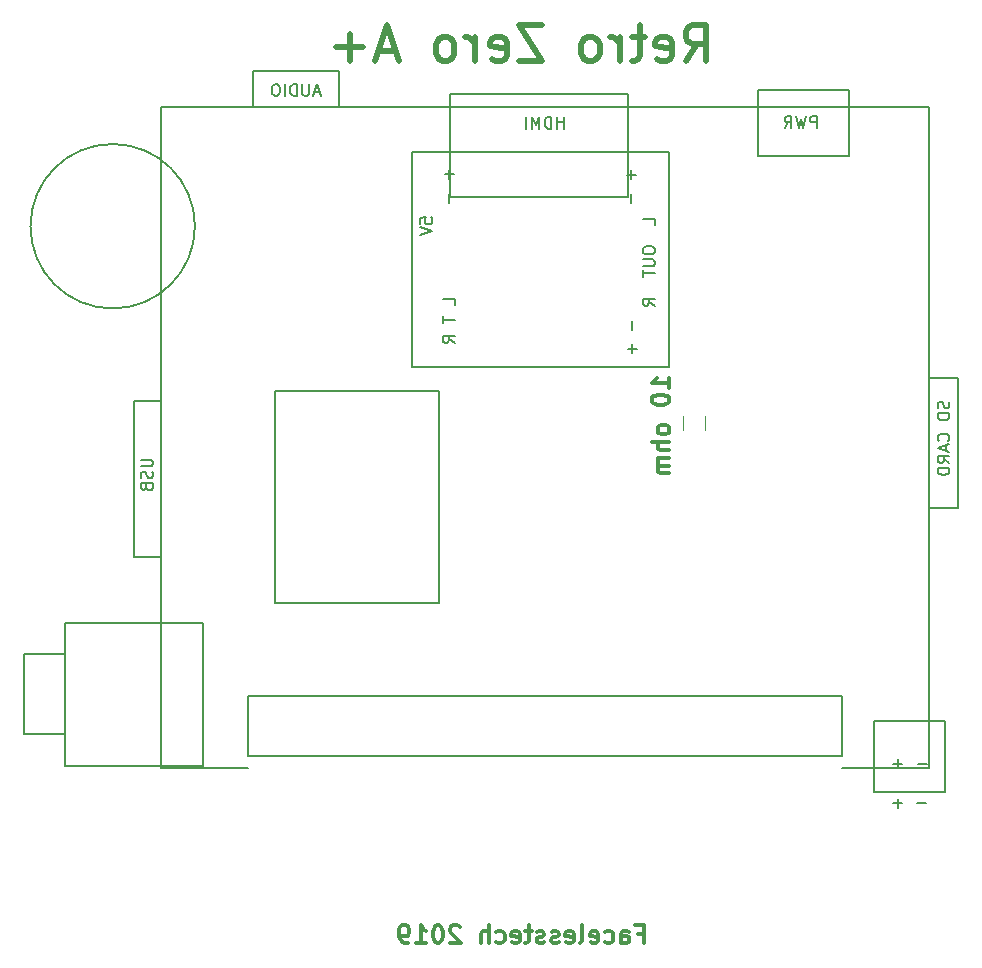
<source format=gbr>
G04 #@! TF.GenerationSoftware,KiCad,Pcbnew,5.0.2+dfsg1-1~bpo9+1*
G04 #@! TF.CreationDate,2019-08-11T15:23:53+01:00*
G04 #@! TF.ProjectId,retro_zero+a_screen,72657472-6f5f-47a6-9572-6f2b615f7363,rev?*
G04 #@! TF.SameCoordinates,Original*
G04 #@! TF.FileFunction,Legend,Bot*
G04 #@! TF.FilePolarity,Positive*
%FSLAX46Y46*%
G04 Gerber Fmt 4.6, Leading zero omitted, Abs format (unit mm)*
G04 Created by KiCad (PCBNEW 5.0.2+dfsg1-1~bpo9+1) date Sun 11 Aug 2019 15:23:53 BST*
%MOMM*%
%LPD*%
G01*
G04 APERTURE LIST*
%ADD10C,0.500000*%
%ADD11C,0.300000*%
%ADD12C,0.150000*%
%ADD13C,0.120000*%
G04 APERTURE END LIST*
D10*
X160804071Y-44308542D02*
X161804071Y-42879971D01*
X162518357Y-44308542D02*
X162518357Y-41308542D01*
X161375500Y-41308542D01*
X161089785Y-41451400D01*
X160946928Y-41594257D01*
X160804071Y-41879971D01*
X160804071Y-42308542D01*
X160946928Y-42594257D01*
X161089785Y-42737114D01*
X161375500Y-42879971D01*
X162518357Y-42879971D01*
X158375500Y-44165685D02*
X158661214Y-44308542D01*
X159232642Y-44308542D01*
X159518357Y-44165685D01*
X159661214Y-43879971D01*
X159661214Y-42737114D01*
X159518357Y-42451400D01*
X159232642Y-42308542D01*
X158661214Y-42308542D01*
X158375500Y-42451400D01*
X158232642Y-42737114D01*
X158232642Y-43022828D01*
X159661214Y-43308542D01*
X157375500Y-42308542D02*
X156232642Y-42308542D01*
X156946928Y-41308542D02*
X156946928Y-43879971D01*
X156804071Y-44165685D01*
X156518357Y-44308542D01*
X156232642Y-44308542D01*
X155232642Y-44308542D02*
X155232642Y-42308542D01*
X155232642Y-42879971D02*
X155089785Y-42594257D01*
X154946928Y-42451400D01*
X154661214Y-42308542D01*
X154375500Y-42308542D01*
X152946928Y-44308542D02*
X153232642Y-44165685D01*
X153375500Y-44022828D01*
X153518357Y-43737114D01*
X153518357Y-42879971D01*
X153375500Y-42594257D01*
X153232642Y-42451400D01*
X152946928Y-42308542D01*
X152518357Y-42308542D01*
X152232642Y-42451400D01*
X152089785Y-42594257D01*
X151946928Y-42879971D01*
X151946928Y-43737114D01*
X152089785Y-44022828D01*
X152232642Y-44165685D01*
X152518357Y-44308542D01*
X152946928Y-44308542D01*
X148661214Y-41308542D02*
X146661214Y-41308542D01*
X148661214Y-44308542D01*
X146661214Y-44308542D01*
X144375500Y-44165685D02*
X144661214Y-44308542D01*
X145232642Y-44308542D01*
X145518357Y-44165685D01*
X145661214Y-43879971D01*
X145661214Y-42737114D01*
X145518357Y-42451400D01*
X145232642Y-42308542D01*
X144661214Y-42308542D01*
X144375500Y-42451400D01*
X144232642Y-42737114D01*
X144232642Y-43022828D01*
X145661214Y-43308542D01*
X142946928Y-44308542D02*
X142946928Y-42308542D01*
X142946928Y-42879971D02*
X142804071Y-42594257D01*
X142661214Y-42451400D01*
X142375500Y-42308542D01*
X142089785Y-42308542D01*
X140661214Y-44308542D02*
X140946928Y-44165685D01*
X141089785Y-44022828D01*
X141232642Y-43737114D01*
X141232642Y-42879971D01*
X141089785Y-42594257D01*
X140946928Y-42451400D01*
X140661214Y-42308542D01*
X140232642Y-42308542D01*
X139946928Y-42451400D01*
X139804071Y-42594257D01*
X139661214Y-42879971D01*
X139661214Y-43737114D01*
X139804071Y-44022828D01*
X139946928Y-44165685D01*
X140232642Y-44308542D01*
X140661214Y-44308542D01*
X136232642Y-43451400D02*
X134804071Y-43451400D01*
X136518357Y-44308542D02*
X135518357Y-41308542D01*
X134518357Y-44308542D01*
X133518357Y-43165685D02*
X131232642Y-43165685D01*
X132375500Y-44308542D02*
X132375500Y-42022828D01*
D11*
X156760428Y-118231457D02*
X157260428Y-118231457D01*
X157260428Y-119017171D02*
X157260428Y-117517171D01*
X156546142Y-117517171D01*
X155331857Y-119017171D02*
X155331857Y-118231457D01*
X155403285Y-118088600D01*
X155546142Y-118017171D01*
X155831857Y-118017171D01*
X155974714Y-118088600D01*
X155331857Y-118945742D02*
X155474714Y-119017171D01*
X155831857Y-119017171D01*
X155974714Y-118945742D01*
X156046142Y-118802885D01*
X156046142Y-118660028D01*
X155974714Y-118517171D01*
X155831857Y-118445742D01*
X155474714Y-118445742D01*
X155331857Y-118374314D01*
X153974714Y-118945742D02*
X154117571Y-119017171D01*
X154403285Y-119017171D01*
X154546142Y-118945742D01*
X154617571Y-118874314D01*
X154689000Y-118731457D01*
X154689000Y-118302885D01*
X154617571Y-118160028D01*
X154546142Y-118088600D01*
X154403285Y-118017171D01*
X154117571Y-118017171D01*
X153974714Y-118088600D01*
X152760428Y-118945742D02*
X152903285Y-119017171D01*
X153189000Y-119017171D01*
X153331857Y-118945742D01*
X153403285Y-118802885D01*
X153403285Y-118231457D01*
X153331857Y-118088600D01*
X153189000Y-118017171D01*
X152903285Y-118017171D01*
X152760428Y-118088600D01*
X152689000Y-118231457D01*
X152689000Y-118374314D01*
X153403285Y-118517171D01*
X151831857Y-119017171D02*
X151974714Y-118945742D01*
X152046142Y-118802885D01*
X152046142Y-117517171D01*
X150689000Y-118945742D02*
X150831857Y-119017171D01*
X151117571Y-119017171D01*
X151260428Y-118945742D01*
X151331857Y-118802885D01*
X151331857Y-118231457D01*
X151260428Y-118088600D01*
X151117571Y-118017171D01*
X150831857Y-118017171D01*
X150689000Y-118088600D01*
X150617571Y-118231457D01*
X150617571Y-118374314D01*
X151331857Y-118517171D01*
X150046142Y-118945742D02*
X149903285Y-119017171D01*
X149617571Y-119017171D01*
X149474714Y-118945742D01*
X149403285Y-118802885D01*
X149403285Y-118731457D01*
X149474714Y-118588600D01*
X149617571Y-118517171D01*
X149831857Y-118517171D01*
X149974714Y-118445742D01*
X150046142Y-118302885D01*
X150046142Y-118231457D01*
X149974714Y-118088600D01*
X149831857Y-118017171D01*
X149617571Y-118017171D01*
X149474714Y-118088600D01*
X148831857Y-118945742D02*
X148689000Y-119017171D01*
X148403285Y-119017171D01*
X148260428Y-118945742D01*
X148189000Y-118802885D01*
X148189000Y-118731457D01*
X148260428Y-118588600D01*
X148403285Y-118517171D01*
X148617571Y-118517171D01*
X148760428Y-118445742D01*
X148831857Y-118302885D01*
X148831857Y-118231457D01*
X148760428Y-118088600D01*
X148617571Y-118017171D01*
X148403285Y-118017171D01*
X148260428Y-118088600D01*
X147760428Y-118017171D02*
X147189000Y-118017171D01*
X147546142Y-117517171D02*
X147546142Y-118802885D01*
X147474714Y-118945742D01*
X147331857Y-119017171D01*
X147189000Y-119017171D01*
X146117571Y-118945742D02*
X146260428Y-119017171D01*
X146546142Y-119017171D01*
X146689000Y-118945742D01*
X146760428Y-118802885D01*
X146760428Y-118231457D01*
X146689000Y-118088600D01*
X146546142Y-118017171D01*
X146260428Y-118017171D01*
X146117571Y-118088600D01*
X146046142Y-118231457D01*
X146046142Y-118374314D01*
X146760428Y-118517171D01*
X144760428Y-118945742D02*
X144903285Y-119017171D01*
X145189000Y-119017171D01*
X145331857Y-118945742D01*
X145403285Y-118874314D01*
X145474714Y-118731457D01*
X145474714Y-118302885D01*
X145403285Y-118160028D01*
X145331857Y-118088600D01*
X145189000Y-118017171D01*
X144903285Y-118017171D01*
X144760428Y-118088600D01*
X144117571Y-119017171D02*
X144117571Y-117517171D01*
X143474714Y-119017171D02*
X143474714Y-118231457D01*
X143546142Y-118088600D01*
X143689000Y-118017171D01*
X143903285Y-118017171D01*
X144046142Y-118088600D01*
X144117571Y-118160028D01*
X141689000Y-117660028D02*
X141617571Y-117588600D01*
X141474714Y-117517171D01*
X141117571Y-117517171D01*
X140974714Y-117588600D01*
X140903285Y-117660028D01*
X140831857Y-117802885D01*
X140831857Y-117945742D01*
X140903285Y-118160028D01*
X141760428Y-119017171D01*
X140831857Y-119017171D01*
X139903285Y-117517171D02*
X139760428Y-117517171D01*
X139617571Y-117588600D01*
X139546142Y-117660028D01*
X139474714Y-117802885D01*
X139403285Y-118088600D01*
X139403285Y-118445742D01*
X139474714Y-118731457D01*
X139546142Y-118874314D01*
X139617571Y-118945742D01*
X139760428Y-119017171D01*
X139903285Y-119017171D01*
X140046142Y-118945742D01*
X140117571Y-118874314D01*
X140189000Y-118731457D01*
X140260428Y-118445742D01*
X140260428Y-118088600D01*
X140189000Y-117802885D01*
X140117571Y-117660028D01*
X140046142Y-117588600D01*
X139903285Y-117517171D01*
X137974714Y-119017171D02*
X138831857Y-119017171D01*
X138403285Y-119017171D02*
X138403285Y-117517171D01*
X138546142Y-117731457D01*
X138689000Y-117874314D01*
X138831857Y-117945742D01*
X137260428Y-119017171D02*
X136974714Y-119017171D01*
X136831857Y-118945742D01*
X136760428Y-118874314D01*
X136617571Y-118660028D01*
X136546142Y-118374314D01*
X136546142Y-117802885D01*
X136617571Y-117660028D01*
X136689000Y-117588600D01*
X136831857Y-117517171D01*
X137117571Y-117517171D01*
X137260428Y-117588600D01*
X137331857Y-117660028D01*
X137403285Y-117802885D01*
X137403285Y-118160028D01*
X137331857Y-118302885D01*
X137260428Y-118374314D01*
X137117571Y-118445742D01*
X136831857Y-118445742D01*
X136689000Y-118374314D01*
X136617571Y-118302885D01*
X136546142Y-118160028D01*
X159428571Y-72007814D02*
X159428571Y-71150671D01*
X159428571Y-71579242D02*
X157928571Y-71579242D01*
X158142857Y-71436385D01*
X158285714Y-71293528D01*
X158357142Y-71150671D01*
X157928571Y-72936385D02*
X157928571Y-73079242D01*
X158000000Y-73222100D01*
X158071428Y-73293528D01*
X158214285Y-73364957D01*
X158500000Y-73436385D01*
X158857142Y-73436385D01*
X159142857Y-73364957D01*
X159285714Y-73293528D01*
X159357142Y-73222100D01*
X159428571Y-73079242D01*
X159428571Y-72936385D01*
X159357142Y-72793528D01*
X159285714Y-72722100D01*
X159142857Y-72650671D01*
X158857142Y-72579242D01*
X158500000Y-72579242D01*
X158214285Y-72650671D01*
X158071428Y-72722100D01*
X158000000Y-72793528D01*
X157928571Y-72936385D01*
X159428571Y-75436385D02*
X159357142Y-75293528D01*
X159285714Y-75222100D01*
X159142857Y-75150671D01*
X158714285Y-75150671D01*
X158571428Y-75222100D01*
X158500000Y-75293528D01*
X158428571Y-75436385D01*
X158428571Y-75650671D01*
X158500000Y-75793528D01*
X158571428Y-75864957D01*
X158714285Y-75936385D01*
X159142857Y-75936385D01*
X159285714Y-75864957D01*
X159357142Y-75793528D01*
X159428571Y-75650671D01*
X159428571Y-75436385D01*
X159428571Y-76579242D02*
X157928571Y-76579242D01*
X159428571Y-77222100D02*
X158642857Y-77222100D01*
X158500000Y-77150671D01*
X158428571Y-77007814D01*
X158428571Y-76793528D01*
X158500000Y-76650671D01*
X158571428Y-76579242D01*
X159428571Y-77936385D02*
X158428571Y-77936385D01*
X158571428Y-77936385D02*
X158500000Y-78007814D01*
X158428571Y-78150671D01*
X158428571Y-78364957D01*
X158500000Y-78507814D01*
X158642857Y-78579242D01*
X159428571Y-78579242D01*
X158642857Y-78579242D02*
X158500000Y-78650671D01*
X158428571Y-78793528D01*
X158428571Y-79007814D01*
X158500000Y-79150671D01*
X158642857Y-79222100D01*
X159428571Y-79222100D01*
D12*
G04 #@! TO.C,J1*
X174040800Y-98107500D02*
X174040800Y-103187500D01*
X174040800Y-103187500D02*
X123748800Y-103187500D01*
X123748800Y-103187500D02*
X123748800Y-98107500D01*
X123748800Y-98107500D02*
X174040800Y-98107500D01*
X181406800Y-104203500D02*
X174040800Y-104203500D01*
X116382800Y-104203500D02*
X123748800Y-104203500D01*
X116382800Y-48209200D02*
X181406800Y-48209200D01*
X155892500Y-48196500D02*
X155892500Y-55816500D01*
X140881100Y-55816500D02*
X140881100Y-48196500D01*
X174650400Y-46824900D02*
X174650400Y-52412900D01*
X166903400Y-52412900D02*
X174650400Y-52412900D01*
X166903400Y-52412900D02*
X166903400Y-46824900D01*
X181406800Y-71145400D02*
X183883300Y-71145400D01*
X183883300Y-82194400D02*
X181406800Y-82194400D01*
X183883300Y-82194400D02*
X183883300Y-71145400D01*
X116382800Y-48209200D02*
X116382800Y-104203500D01*
X181406800Y-48209200D02*
X181406800Y-104203500D01*
X114134900Y-73101200D02*
X116382800Y-73101200D01*
X114134900Y-86309200D02*
X116382800Y-86309200D01*
X114134900Y-73101200D02*
X114134900Y-86309200D01*
X155892500Y-48209200D02*
X155892500Y-47155100D01*
X140881100Y-48209200D02*
X140881100Y-47155100D01*
X155892500Y-47155100D02*
X140881100Y-47155100D01*
X155892500Y-55816500D02*
X140881100Y-55816500D01*
X124155200Y-48209200D02*
X124155200Y-45199300D01*
X131432300Y-48209200D02*
X131432300Y-45199300D01*
X131432300Y-45199300D02*
X124155200Y-45199300D01*
X166903400Y-46824900D02*
X174650400Y-46824900D01*
G04 #@! TO.C,U2*
X137655300Y-70256400D02*
X159359600Y-70256400D01*
X159359600Y-70256400D02*
X159359600Y-52019200D01*
X159359600Y-52019200D02*
X137655300Y-52019200D01*
X137655300Y-52019200D02*
X137655300Y-70256400D01*
G04 #@! TO.C,U3*
X119259696Y-58318400D02*
G75*
G03X119259696Y-58318400I-6962948J0D01*
G01*
G04 #@! TO.C,U4*
X119964200Y-91922600D02*
X119964200Y-103987600D01*
X119964200Y-103987600D02*
X108292900Y-103987600D01*
X108292900Y-103987600D02*
X108292900Y-91922600D01*
X108292900Y-91922600D02*
X119964200Y-91922600D01*
X108292900Y-94564200D02*
X104813100Y-94564200D01*
X104813100Y-94564200D02*
X104813100Y-101346000D01*
X104813100Y-101346000D02*
X108292900Y-101346000D01*
G04 #@! TO.C,U9*
X126022100Y-90246200D02*
X139890500Y-90246200D01*
X126022100Y-72301100D02*
X139890500Y-72301100D01*
X126009400Y-90246200D02*
X126009400Y-72301100D01*
X139890500Y-90246200D02*
X139890500Y-72301100D01*
D13*
G04 #@! TO.C,R1*
X162415900Y-75598564D02*
X162415900Y-74394436D01*
X160595900Y-75598564D02*
X160595900Y-74394436D01*
D12*
G04 #@! TO.C,U10*
X182753000Y-105333800D02*
X182753000Y-102920800D01*
X182753000Y-106197400D02*
X176771300Y-106197400D01*
X176771300Y-106197400D02*
X176771300Y-100190300D01*
X176771300Y-100190300D02*
X182753000Y-100190300D01*
X182753000Y-100190300D02*
X182765700Y-106210100D01*
G04 #@! TO.C,J1*
X171894333Y-49982380D02*
X171894333Y-48982380D01*
X171513380Y-48982380D01*
X171418142Y-49030000D01*
X171370523Y-49077619D01*
X171322904Y-49172857D01*
X171322904Y-49315714D01*
X171370523Y-49410952D01*
X171418142Y-49458571D01*
X171513380Y-49506190D01*
X171894333Y-49506190D01*
X170989571Y-48982380D02*
X170751476Y-49982380D01*
X170561000Y-49268095D01*
X170370523Y-49982380D01*
X170132428Y-48982380D01*
X169180047Y-49982380D02*
X169513380Y-49506190D01*
X169751476Y-49982380D02*
X169751476Y-48982380D01*
X169370523Y-48982380D01*
X169275285Y-49030000D01*
X169227666Y-49077619D01*
X169180047Y-49172857D01*
X169180047Y-49315714D01*
X169227666Y-49410952D01*
X169275285Y-49458571D01*
X169370523Y-49506190D01*
X169751476Y-49506190D01*
X183094261Y-73168261D02*
X183141880Y-73311119D01*
X183141880Y-73549214D01*
X183094261Y-73644452D01*
X183046642Y-73692071D01*
X182951404Y-73739690D01*
X182856166Y-73739690D01*
X182760928Y-73692071D01*
X182713309Y-73644452D01*
X182665690Y-73549214D01*
X182618071Y-73358738D01*
X182570452Y-73263500D01*
X182522833Y-73215880D01*
X182427595Y-73168261D01*
X182332357Y-73168261D01*
X182237119Y-73215880D01*
X182189500Y-73263500D01*
X182141880Y-73358738D01*
X182141880Y-73596833D01*
X182189500Y-73739690D01*
X183141880Y-74168261D02*
X182141880Y-74168261D01*
X182141880Y-74406357D01*
X182189500Y-74549214D01*
X182284738Y-74644452D01*
X182379976Y-74692071D01*
X182570452Y-74739690D01*
X182713309Y-74739690D01*
X182903785Y-74692071D01*
X182999023Y-74644452D01*
X183094261Y-74549214D01*
X183141880Y-74406357D01*
X183141880Y-74168261D01*
X183046642Y-76501595D02*
X183094261Y-76453976D01*
X183141880Y-76311119D01*
X183141880Y-76215880D01*
X183094261Y-76073023D01*
X182999023Y-75977785D01*
X182903785Y-75930166D01*
X182713309Y-75882547D01*
X182570452Y-75882547D01*
X182379976Y-75930166D01*
X182284738Y-75977785D01*
X182189500Y-76073023D01*
X182141880Y-76215880D01*
X182141880Y-76311119D01*
X182189500Y-76453976D01*
X182237119Y-76501595D01*
X182856166Y-76882547D02*
X182856166Y-77358738D01*
X183141880Y-76787309D02*
X182141880Y-77120642D01*
X183141880Y-77453976D01*
X183141880Y-78358738D02*
X182665690Y-78025404D01*
X183141880Y-77787309D02*
X182141880Y-77787309D01*
X182141880Y-78168261D01*
X182189500Y-78263500D01*
X182237119Y-78311119D01*
X182332357Y-78358738D01*
X182475214Y-78358738D01*
X182570452Y-78311119D01*
X182618071Y-78263500D01*
X182665690Y-78168261D01*
X182665690Y-77787309D01*
X183141880Y-78787309D02*
X182141880Y-78787309D01*
X182141880Y-79025404D01*
X182189500Y-79168261D01*
X182284738Y-79263500D01*
X182379976Y-79311119D01*
X182570452Y-79358738D01*
X182713309Y-79358738D01*
X182903785Y-79311119D01*
X182999023Y-79263500D01*
X183094261Y-79168261D01*
X183141880Y-79025404D01*
X183141880Y-78787309D01*
X114679480Y-78087695D02*
X115489004Y-78087695D01*
X115584242Y-78135314D01*
X115631861Y-78182933D01*
X115679480Y-78278171D01*
X115679480Y-78468647D01*
X115631861Y-78563885D01*
X115584242Y-78611504D01*
X115489004Y-78659123D01*
X114679480Y-78659123D01*
X115631861Y-79087695D02*
X115679480Y-79230552D01*
X115679480Y-79468647D01*
X115631861Y-79563885D01*
X115584242Y-79611504D01*
X115489004Y-79659123D01*
X115393766Y-79659123D01*
X115298528Y-79611504D01*
X115250909Y-79563885D01*
X115203290Y-79468647D01*
X115155671Y-79278171D01*
X115108052Y-79182933D01*
X115060433Y-79135314D01*
X114965195Y-79087695D01*
X114869957Y-79087695D01*
X114774719Y-79135314D01*
X114727100Y-79182933D01*
X114679480Y-79278171D01*
X114679480Y-79516266D01*
X114727100Y-79659123D01*
X115155671Y-80421028D02*
X115203290Y-80563885D01*
X115250909Y-80611504D01*
X115346147Y-80659123D01*
X115489004Y-80659123D01*
X115584242Y-80611504D01*
X115631861Y-80563885D01*
X115679480Y-80468647D01*
X115679480Y-80087695D01*
X114679480Y-80087695D01*
X114679480Y-80421028D01*
X114727100Y-80516266D01*
X114774719Y-80563885D01*
X114869957Y-80611504D01*
X114965195Y-80611504D01*
X115060433Y-80563885D01*
X115108052Y-80516266D01*
X115155671Y-80421028D01*
X115155671Y-80087695D01*
X150477338Y-50045880D02*
X150477338Y-49045880D01*
X150477338Y-49522071D02*
X149905909Y-49522071D01*
X149905909Y-50045880D02*
X149905909Y-49045880D01*
X149429719Y-50045880D02*
X149429719Y-49045880D01*
X149191623Y-49045880D01*
X149048766Y-49093500D01*
X148953528Y-49188738D01*
X148905909Y-49283976D01*
X148858290Y-49474452D01*
X148858290Y-49617309D01*
X148905909Y-49807785D01*
X148953528Y-49903023D01*
X149048766Y-49998261D01*
X149191623Y-50045880D01*
X149429719Y-50045880D01*
X148429719Y-50045880D02*
X148429719Y-49045880D01*
X148096385Y-49760166D01*
X147763052Y-49045880D01*
X147763052Y-50045880D01*
X147286861Y-50045880D02*
X147286861Y-49045880D01*
X129823909Y-46991566D02*
X129347719Y-46991566D01*
X129919147Y-47277280D02*
X129585814Y-46277280D01*
X129252480Y-47277280D01*
X128919147Y-46277280D02*
X128919147Y-47086804D01*
X128871528Y-47182042D01*
X128823909Y-47229661D01*
X128728671Y-47277280D01*
X128538195Y-47277280D01*
X128442957Y-47229661D01*
X128395338Y-47182042D01*
X128347719Y-47086804D01*
X128347719Y-46277280D01*
X127871528Y-47277280D02*
X127871528Y-46277280D01*
X127633433Y-46277280D01*
X127490576Y-46324900D01*
X127395338Y-46420138D01*
X127347719Y-46515376D01*
X127300100Y-46705852D01*
X127300100Y-46848709D01*
X127347719Y-47039185D01*
X127395338Y-47134423D01*
X127490576Y-47229661D01*
X127633433Y-47277280D01*
X127871528Y-47277280D01*
X126871528Y-47277280D02*
X126871528Y-46277280D01*
X126204861Y-46277280D02*
X126014385Y-46277280D01*
X125919147Y-46324900D01*
X125823909Y-46420138D01*
X125776290Y-46610614D01*
X125776290Y-46943947D01*
X125823909Y-47134423D01*
X125919147Y-47229661D01*
X126014385Y-47277280D01*
X126204861Y-47277280D01*
X126300100Y-47229661D01*
X126395338Y-47134423D01*
X126442957Y-46943947D01*
X126442957Y-46610614D01*
X126395338Y-46420138D01*
X126300100Y-46324900D01*
X126204861Y-46277280D01*
G04 #@! TO.C,U2*
X141244580Y-64986066D02*
X141244580Y-64509876D01*
X140244580Y-64509876D01*
X140244580Y-65938447D02*
X140244580Y-66509876D01*
X141244580Y-66224161D02*
X140244580Y-66224161D01*
X141244580Y-68176542D02*
X140768390Y-67843209D01*
X141244580Y-67605114D02*
X140244580Y-67605114D01*
X140244580Y-67986066D01*
X140292200Y-68081304D01*
X140339819Y-68128923D01*
X140435057Y-68176542D01*
X140577914Y-68176542D01*
X140673152Y-68128923D01*
X140720771Y-68081304D01*
X140768390Y-67986066D01*
X140768390Y-67605114D01*
X140774728Y-53546547D02*
X140774728Y-54308452D01*
X141155680Y-53927500D02*
X140393776Y-53927500D01*
X140774728Y-55546547D02*
X140774728Y-56308452D01*
X158186380Y-58223542D02*
X158186380Y-57747352D01*
X157186380Y-57747352D01*
X157186380Y-60271161D02*
X157186380Y-60461638D01*
X157234000Y-60556876D01*
X157329238Y-60652114D01*
X157519714Y-60699733D01*
X157853047Y-60699733D01*
X158043523Y-60652114D01*
X158138761Y-60556876D01*
X158186380Y-60461638D01*
X158186380Y-60271161D01*
X158138761Y-60175923D01*
X158043523Y-60080685D01*
X157853047Y-60033066D01*
X157519714Y-60033066D01*
X157329238Y-60080685D01*
X157234000Y-60175923D01*
X157186380Y-60271161D01*
X157186380Y-61128304D02*
X157995904Y-61128304D01*
X158091142Y-61175923D01*
X158138761Y-61223542D01*
X158186380Y-61318780D01*
X158186380Y-61509257D01*
X158138761Y-61604495D01*
X158091142Y-61652114D01*
X157995904Y-61699733D01*
X157186380Y-61699733D01*
X157186380Y-62033066D02*
X157186380Y-62604495D01*
X158186380Y-62318780D02*
X157186380Y-62318780D01*
X158186380Y-65033066D02*
X157710190Y-64699733D01*
X158186380Y-64461638D02*
X157186380Y-64461638D01*
X157186380Y-64842590D01*
X157234000Y-64937828D01*
X157281619Y-64985447D01*
X157376857Y-65033066D01*
X157519714Y-65033066D01*
X157614952Y-64985447D01*
X157662571Y-64937828D01*
X157710190Y-64842590D01*
X157710190Y-64461638D01*
X156294128Y-66310047D02*
X156294128Y-67071952D01*
X156294128Y-68310047D02*
X156294128Y-69071952D01*
X156675080Y-68691000D02*
X155913176Y-68691000D01*
X156217928Y-53584647D02*
X156217928Y-54346552D01*
X156598880Y-53965600D02*
X155836976Y-53965600D01*
X156217928Y-55584647D02*
X156217928Y-56346552D01*
X138339580Y-58089823D02*
X138339580Y-57613633D01*
X138815771Y-57566014D01*
X138768152Y-57613633D01*
X138720533Y-57708871D01*
X138720533Y-57946966D01*
X138768152Y-58042204D01*
X138815771Y-58089823D01*
X138911009Y-58137442D01*
X139149104Y-58137442D01*
X139244342Y-58089823D01*
X139291961Y-58042204D01*
X139339580Y-57946966D01*
X139339580Y-57708871D01*
X139291961Y-57613633D01*
X139244342Y-57566014D01*
X138339580Y-58423157D02*
X139339580Y-58756490D01*
X138339580Y-59089823D01*
G04 #@! TO.C,U10*
X179133452Y-103817728D02*
X178371547Y-103817728D01*
X178752500Y-104198680D02*
X178752500Y-103436776D01*
X181228952Y-103849419D02*
X180467047Y-103849419D01*
X181165452Y-107157828D02*
X180403547Y-107157828D01*
X179133452Y-107170528D02*
X178371547Y-107170528D01*
X178752500Y-107551480D02*
X178752500Y-106789576D01*
G04 #@! TD*
M02*

</source>
